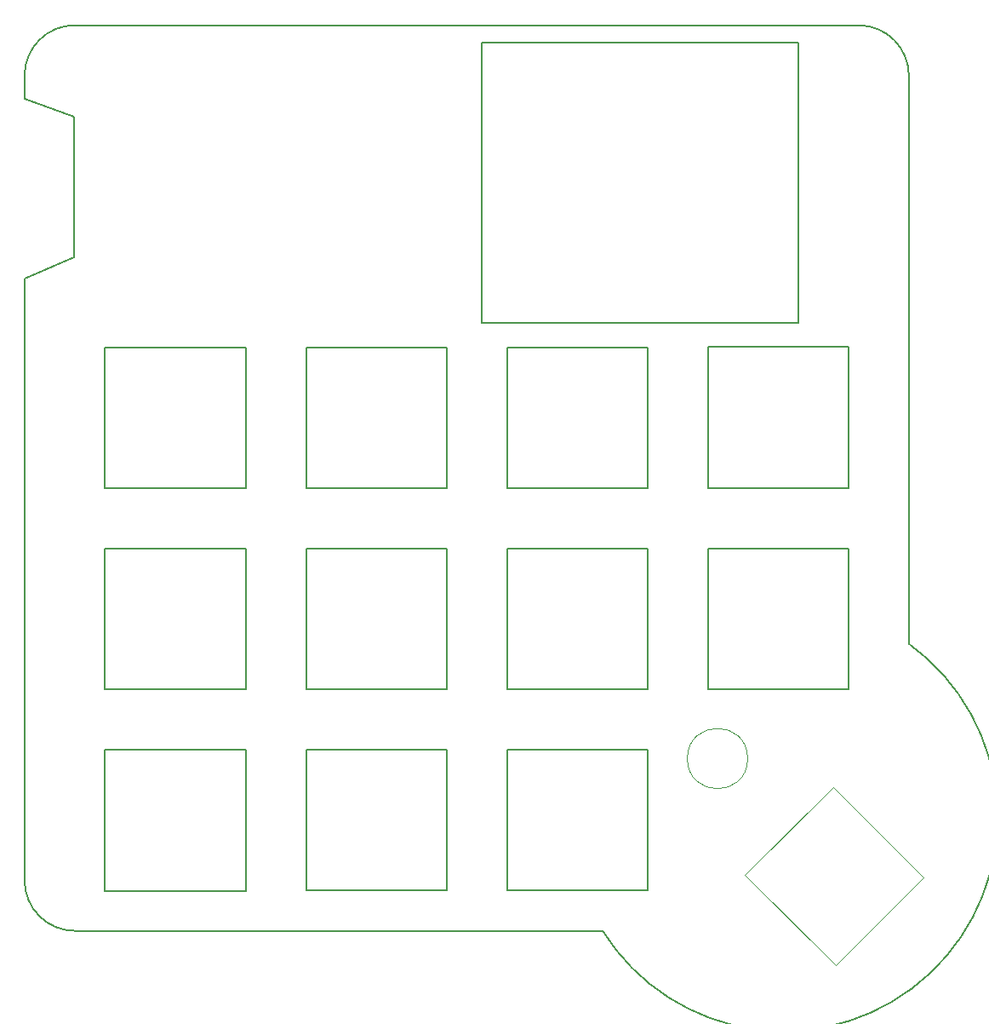
<source format=gbr>
%TF.GenerationSoftware,KiCad,Pcbnew,5.1.7-a382d34a8~88~ubuntu20.04.1*%
%TF.CreationDate,2021-03-20T14:17:19+01:00*%
%TF.ProjectId,WiFiDuck32,57694669-4475-4636-9b33-322e6b696361,2*%
%TF.SameCoordinates,Original*%
%TF.FileFunction,Profile,NP*%
%FSLAX46Y46*%
G04 Gerber Fmt 4.6, Leading zero omitted, Abs format (unit mm)*
G04 Created by KiCad (PCBNEW 5.1.7-a382d34a8~88~ubuntu20.04.1) date 2021-03-20 14:17:19*
%MOMM*%
%LPD*%
G01*
G04 APERTURE LIST*
%TA.AperFunction,Profile*%
%ADD10C,0.100000*%
%TD*%
%TA.AperFunction,Profile*%
%ADD11C,0.200000*%
%TD*%
%TA.AperFunction,Profile*%
%ADD12C,0.150000*%
%TD*%
G04 APERTURE END LIST*
D10*
X111429800Y-104724200D02*
X102412800Y-95707200D01*
X102692200Y-113461800D02*
X93675200Y-104444800D01*
X111429800Y-104724200D02*
X102692200Y-113461800D01*
X93675200Y-104444800D02*
X102412800Y-95707200D01*
X93932000Y-92881563D02*
G75*
G03*
X93932000Y-92881563I-3000000J0D01*
G01*
D11*
X67437000Y-49606200D02*
X67437000Y-21691600D01*
X99009200Y-49606200D02*
X67437000Y-49606200D01*
X99009200Y-21691600D02*
X99009200Y-49606200D01*
X67437000Y-21691600D02*
X99009200Y-21691600D01*
X22000000Y-27305000D02*
X22000000Y-25000000D01*
X26924000Y-43053000D02*
X22000000Y-45212000D01*
X26924000Y-29083000D02*
X26924000Y-43053000D01*
X26924000Y-29083000D02*
X22000000Y-27305000D01*
X110000016Y-81499937D02*
G75*
G02*
X79499877Y-109999851I-12478016J-17216563D01*
G01*
X110000000Y-48590000D02*
X110000000Y-81500000D01*
X104965500Y-20002500D02*
G75*
G02*
X109965500Y-25002500I0J-5000000D01*
G01*
X109965500Y-25002500D02*
X110000000Y-48590000D01*
X104965500Y-20002500D02*
X27000000Y-20000000D01*
X22000000Y-25000000D02*
G75*
G02*
X27000000Y-20000000I5000000J0D01*
G01*
X22000000Y-105000000D02*
X22000000Y-45212000D01*
X27000000Y-110000000D02*
G75*
G02*
X22000000Y-105000000I0J5000000D01*
G01*
X79500000Y-110000000D02*
X27000000Y-110000000D01*
D12*
%TO.C,SW11*%
X69983400Y-106005200D02*
X83983400Y-106005200D01*
X83983400Y-106005200D02*
X83983400Y-92005200D01*
X69983400Y-106005200D02*
X69983400Y-92005200D01*
X69983400Y-92005200D02*
X83983400Y-92005200D01*
%TO.C,SW10*%
X50010300Y-106005200D02*
X64010300Y-106005200D01*
X64010300Y-106005200D02*
X64010300Y-92005200D01*
X50010300Y-106005200D02*
X50010300Y-92005200D01*
X50010300Y-92005200D02*
X64010300Y-92005200D01*
%TO.C,SW9*%
X29986400Y-106017900D02*
X43986400Y-106017900D01*
X43986400Y-106017900D02*
X43986400Y-92017900D01*
X29986400Y-106017900D02*
X29986400Y-92017900D01*
X29986400Y-92017900D02*
X43986400Y-92017900D01*
%TO.C,SW6*%
X49997600Y-85994000D02*
X63997600Y-85994000D01*
X63997600Y-85994000D02*
X63997600Y-71994000D01*
X49997600Y-85994000D02*
X49997600Y-71994000D01*
X49997600Y-71994000D02*
X63997600Y-71994000D01*
%TO.C,SW5*%
X30011800Y-85981300D02*
X44011800Y-85981300D01*
X44011800Y-85981300D02*
X44011800Y-71981300D01*
X30011800Y-85981300D02*
X30011800Y-71981300D01*
X30011800Y-71981300D02*
X44011800Y-71981300D01*
%TO.C,SW7*%
X69983400Y-85994000D02*
X83983400Y-85994000D01*
X83983400Y-85994000D02*
X83983400Y-71994000D01*
X69983400Y-85994000D02*
X69983400Y-71994000D01*
X69983400Y-71994000D02*
X83983400Y-71994000D01*
%TO.C,SW8*%
X89981900Y-85994000D02*
X103981900Y-85994000D01*
X103981900Y-85994000D02*
X103981900Y-71994000D01*
X89981900Y-85994000D02*
X89981900Y-71994000D01*
X89981900Y-71994000D02*
X103981900Y-71994000D01*
%TO.C,SW4*%
X89994600Y-65982800D02*
X103994600Y-65982800D01*
X103994600Y-65982800D02*
X103994600Y-51982800D01*
X89994600Y-65982800D02*
X89994600Y-51982800D01*
X89994600Y-51982800D02*
X103994600Y-51982800D01*
%TO.C,SW3*%
X70008800Y-66008200D02*
X84008800Y-66008200D01*
X84008800Y-66008200D02*
X84008800Y-52008200D01*
X70008800Y-66008200D02*
X70008800Y-52008200D01*
X70008800Y-52008200D02*
X84008800Y-52008200D01*
%TO.C,SW2*%
X50023000Y-66008200D02*
X64023000Y-66008200D01*
X64023000Y-66008200D02*
X64023000Y-52008200D01*
X50023000Y-66008200D02*
X50023000Y-52008200D01*
X50023000Y-52008200D02*
X64023000Y-52008200D01*
%TO.C,SW1*%
X30011800Y-66008200D02*
X44011800Y-66008200D01*
X44011800Y-66008200D02*
X44011800Y-52008200D01*
X30011800Y-66008200D02*
X30011800Y-52008200D01*
X30011800Y-52008200D02*
X44011800Y-52008200D01*
%TD*%
M02*

</source>
